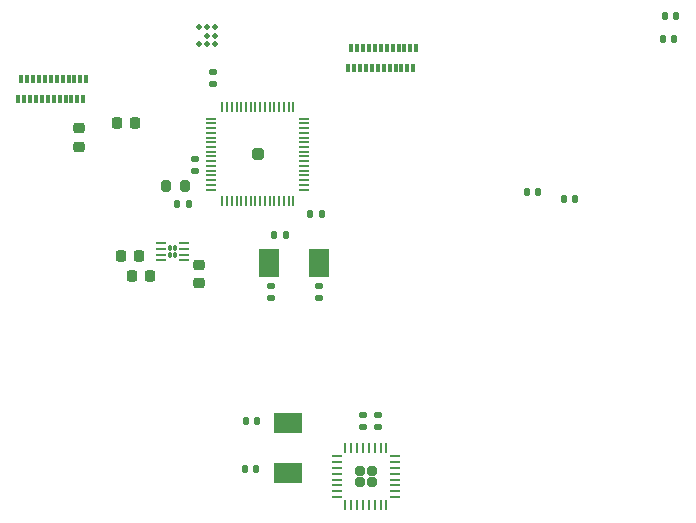
<source format=gtp>
%TF.GenerationSoftware,KiCad,Pcbnew,(6.99.0-818-g79c7d55a40)*%
%TF.CreationDate,2022-02-15T05:40:37+08:00*%
%TF.ProjectId,Project,50726f6a-6563-4742-9e6b-696361645f70,rev?*%
%TF.SameCoordinates,Original*%
%TF.FileFunction,Paste,Top*%
%TF.FilePolarity,Positive*%
%FSLAX46Y46*%
G04 Gerber Fmt 4.6, Leading zero omitted, Abs format (unit mm)*
G04 Created by KiCad (PCBNEW (6.99.0-818-g79c7d55a40)) date 2022-02-15 05:40:37*
%MOMM*%
%LPD*%
G01*
G04 APERTURE LIST*
G04 Aperture macros list*
%AMRoundRect*
0 Rectangle with rounded corners*
0 $1 Rounding radius*
0 $2 $3 $4 $5 $6 $7 $8 $9 X,Y pos of 4 corners*
0 Add a 4 corners polygon primitive as box body*
4,1,4,$2,$3,$4,$5,$6,$7,$8,$9,$2,$3,0*
0 Add four circle primitives for the rounded corners*
1,1,$1+$1,$2,$3*
1,1,$1+$1,$4,$5*
1,1,$1+$1,$6,$7*
1,1,$1+$1,$8,$9*
0 Add four rect primitives between the rounded corners*
20,1,$1+$1,$2,$3,$4,$5,0*
20,1,$1+$1,$4,$5,$6,$7,0*
20,1,$1+$1,$6,$7,$8,$9,0*
20,1,$1+$1,$8,$9,$2,$3,0*%
G04 Aperture macros list end*
%ADD10R,0.300000X0.700000*%
%ADD11RoundRect,0.140000X-0.140000X-0.170000X0.140000X-0.170000X0.140000X0.170000X-0.140000X0.170000X0*%
%ADD12C,0.500000*%
%ADD13RoundRect,0.250000X0.253488X0.253488X-0.253488X0.253488X-0.253488X-0.253488X0.253488X-0.253488X0*%
%ADD14RoundRect,0.050000X0.350000X0.050000X-0.350000X0.050000X-0.350000X-0.050000X0.350000X-0.050000X0*%
%ADD15RoundRect,0.050000X0.050000X0.350000X-0.050000X0.350000X-0.050000X-0.350000X0.050000X-0.350000X0*%
%ADD16R,2.400000X1.800000*%
%ADD17RoundRect,0.140000X0.170000X-0.140000X0.170000X0.140000X-0.170000X0.140000X-0.170000X-0.140000X0*%
%ADD18RoundRect,0.201557X-0.201556X0.201556X-0.201556X-0.201556X0.201556X-0.201556X0.201556X0.201556X0*%
%ADD19RoundRect,0.062500X-0.062500X0.375000X-0.062500X-0.375000X0.062500X-0.375000X0.062500X0.375000X0*%
%ADD20RoundRect,0.062500X-0.375000X0.062500X-0.375000X-0.062500X0.375000X-0.062500X0.375000X0.062500X0*%
%ADD21RoundRect,0.135000X0.185000X-0.135000X0.185000X0.135000X-0.185000X0.135000X-0.185000X-0.135000X0*%
%ADD22RoundRect,0.135000X-0.135000X-0.185000X0.135000X-0.185000X0.135000X0.185000X-0.135000X0.185000X0*%
%ADD23R,1.800000X2.400000*%
%ADD24RoundRect,0.225000X-0.225000X-0.250000X0.225000X-0.250000X0.225000X0.250000X-0.225000X0.250000X0*%
%ADD25RoundRect,0.218750X-0.256250X0.218750X-0.256250X-0.218750X0.256250X-0.218750X0.256250X0.218750X0*%
%ADD26RoundRect,0.080000X-0.080000X-0.160000X0.080000X-0.160000X0.080000X0.160000X-0.080000X0.160000X0*%
%ADD27RoundRect,0.062500X-0.325000X-0.062500X0.325000X-0.062500X0.325000X0.062500X-0.325000X0.062500X0*%
%ADD28RoundRect,0.200000X-0.200000X-0.275000X0.200000X-0.275000X0.200000X0.275000X-0.200000X0.275000X0*%
%ADD29RoundRect,0.218750X-0.218750X-0.256250X0.218750X-0.256250X0.218750X0.256250X-0.218750X0.256250X0*%
%ADD30RoundRect,0.225000X0.250000X-0.225000X0.250000X0.225000X-0.250000X0.225000X-0.250000X-0.225000X0*%
G04 APERTURE END LIST*
D10*
%TO.C,REF\u002A\u002A*%
X51644999Y-22418999D03*
X51144999Y-22418999D03*
X50644999Y-22418999D03*
X50144999Y-22418999D03*
X49644999Y-22418999D03*
X49144999Y-22418999D03*
X48644999Y-22418999D03*
X48144999Y-22418999D03*
X47644999Y-22418999D03*
X47144999Y-22418999D03*
X46644999Y-22418999D03*
X46144999Y-22418999D03*
X46394999Y-20718999D03*
X46894999Y-20718999D03*
X47394999Y-20718999D03*
X47894999Y-20718999D03*
X48394999Y-20718999D03*
X48894999Y-20718999D03*
X49394999Y-20718999D03*
X49894999Y-20718999D03*
X50394999Y-20718999D03*
X50894999Y-20718999D03*
X51394999Y-20718999D03*
X51894999Y-20718999D03*
%TD*%
D11*
%TO.C,C8*%
X72926000Y-18034000D03*
X73886000Y-18034000D03*
%TD*%
%TO.C,C10*%
X72799000Y-19939000D03*
X73759000Y-19939000D03*
%TD*%
D12*
%TO.C,U4*%
X34863000Y-20385000D03*
X34163000Y-20385000D03*
X33463000Y-20385000D03*
X34863000Y-19685000D03*
X34163000Y-19685000D03*
X34863000Y-18985000D03*
X34163000Y-18985000D03*
X33463000Y-18985000D03*
%TD*%
D13*
%TO.C,U2*%
X38481000Y-29718000D03*
D14*
X42431000Y-32718000D03*
X42431000Y-32318000D03*
X42431000Y-31918000D03*
X42431000Y-31518000D03*
X42431000Y-31118000D03*
X42431000Y-30718000D03*
X42431000Y-30318000D03*
X42431000Y-29918000D03*
X42431000Y-29518000D03*
X42431000Y-29118000D03*
X42431000Y-28718000D03*
X42431000Y-28318000D03*
X42431000Y-27918000D03*
X42431000Y-27518000D03*
X42431000Y-27118000D03*
X42431000Y-26718000D03*
D15*
X41481000Y-25768000D03*
X41081000Y-25768000D03*
X40681000Y-25768000D03*
X40281000Y-25768000D03*
X39881000Y-25768000D03*
X39481000Y-25768000D03*
X39081000Y-25768000D03*
X38681000Y-25768000D03*
X38281000Y-25768000D03*
X37881000Y-25768000D03*
X37481000Y-25768000D03*
X37081000Y-25768000D03*
X36681000Y-25768000D03*
X36281000Y-25768000D03*
X35881000Y-25768000D03*
X35481000Y-25768000D03*
D14*
X34531000Y-26718000D03*
X34531000Y-27118000D03*
X34531000Y-27518000D03*
X34531000Y-27918000D03*
X34531000Y-28318000D03*
X34531000Y-28718000D03*
X34531000Y-29118000D03*
X34531000Y-29518000D03*
X34531000Y-29918000D03*
X34531000Y-30318000D03*
X34531000Y-30718000D03*
X34531000Y-31118000D03*
X34531000Y-31518000D03*
X34531000Y-31918000D03*
X34531000Y-32318000D03*
X34531000Y-32718000D03*
D15*
X35481000Y-33668000D03*
X35881000Y-33668000D03*
X36281000Y-33668000D03*
X36681000Y-33668000D03*
X37081000Y-33668000D03*
X37481000Y-33668000D03*
X37881000Y-33668000D03*
X38281000Y-33668000D03*
X38681000Y-33668000D03*
X39081000Y-33668000D03*
X39481000Y-33668000D03*
X39881000Y-33668000D03*
X40281000Y-33668000D03*
X40681000Y-33668000D03*
X41081000Y-33668000D03*
X41481000Y-33668000D03*
%TD*%
D11*
%TO.C,C16*%
X37366000Y-56388000D03*
X38326000Y-56388000D03*
%TD*%
%TO.C,C15*%
X37493000Y-52324000D03*
X38453000Y-52324000D03*
%TD*%
D16*
%TO.C,Y2*%
X41071999Y-56709999D03*
X41071999Y-52509999D03*
%TD*%
D17*
%TO.C,C14*%
X47371000Y-52804000D03*
X47371000Y-51844000D03*
%TD*%
D18*
%TO.C,U3*%
X47125000Y-57523000D03*
X48125000Y-57523000D03*
X47125000Y-56523000D03*
X48125000Y-56523000D03*
D19*
X49375000Y-54585500D03*
X48875000Y-54585500D03*
X48375000Y-54585500D03*
X47875000Y-54585500D03*
X47375000Y-54585500D03*
X46875000Y-54585500D03*
X46375000Y-54585500D03*
X45875000Y-54585500D03*
D20*
X45187500Y-55273000D03*
X45187500Y-55773000D03*
X45187500Y-56273000D03*
X45187500Y-56773000D03*
X45187500Y-57273000D03*
X45187500Y-57773000D03*
X45187500Y-58273000D03*
X45187500Y-58773000D03*
D19*
X45875000Y-59460500D03*
X46375000Y-59460500D03*
X46875000Y-59460500D03*
X47375000Y-59460500D03*
X47875000Y-59460500D03*
X48375000Y-59460500D03*
X48875000Y-59460500D03*
X49375000Y-59460500D03*
D20*
X50062500Y-58773000D03*
X50062500Y-58273000D03*
X50062500Y-57773000D03*
X50062500Y-57273000D03*
X50062500Y-56773000D03*
X50062500Y-56273000D03*
X50062500Y-55773000D03*
X50062500Y-55273000D03*
%TD*%
D21*
%TO.C,R12*%
X48641000Y-52834000D03*
X48641000Y-51814000D03*
%TD*%
%TO.C,R9*%
X34671000Y-23751000D03*
X34671000Y-22731000D03*
%TD*%
D11*
%TO.C,C9*%
X64417000Y-33528000D03*
X65377000Y-33528000D03*
%TD*%
%TO.C,C11*%
X61242000Y-32893000D03*
X62202000Y-32893000D03*
%TD*%
D22*
%TO.C,R7*%
X31621000Y-33909000D03*
X32641000Y-33909000D03*
%TD*%
%TO.C,R4*%
X42924000Y-34798000D03*
X43944000Y-34798000D03*
%TD*%
D17*
%TO.C,C4*%
X43688000Y-41882000D03*
X43688000Y-40922000D03*
%TD*%
%TO.C,C5*%
X39624000Y-41882000D03*
X39624000Y-40922000D03*
%TD*%
D22*
%TO.C,R1*%
X39876000Y-36576000D03*
X40896000Y-36576000D03*
%TD*%
D23*
%TO.C,Y1*%
X39428999Y-38901499D03*
X43628999Y-38901499D03*
%TD*%
D24*
%TO.C,C3*%
X27800000Y-40005000D03*
X29350000Y-40005000D03*
%TD*%
D25*
%TO.C,L1*%
X33528000Y-39090500D03*
X33528000Y-40665500D03*
%TD*%
D24*
%TO.C,C1*%
X26911000Y-38354000D03*
X28461000Y-38354000D03*
%TD*%
D26*
%TO.C,U1*%
X31042000Y-38273000D03*
X31442000Y-37673000D03*
X31442000Y-38273000D03*
X31042000Y-37673000D03*
D27*
X30254500Y-37223000D03*
X30254500Y-37723000D03*
X30254500Y-38223000D03*
X30254500Y-38723000D03*
X32229500Y-38723000D03*
X32229500Y-38223000D03*
X32229500Y-37723000D03*
X32229500Y-37223000D03*
%TD*%
D21*
%TO.C,R3*%
X33147000Y-31117000D03*
X33147000Y-30097000D03*
%TD*%
D28*
%TO.C,R2*%
X30671000Y-32385000D03*
X32321000Y-32385000D03*
%TD*%
D29*
%TO.C,F1*%
X26517500Y-27051000D03*
X28092500Y-27051000D03*
%TD*%
D30*
%TO.C,C2*%
X23368000Y-29096000D03*
X23368000Y-27546000D03*
%TD*%
D10*
%TO.C,P1*%
X23704999Y-25085999D03*
X23204999Y-25085999D03*
X22704999Y-25085999D03*
X22204999Y-25085999D03*
X21704999Y-25085999D03*
X21204999Y-25085999D03*
X20704999Y-25085999D03*
X20204999Y-25085999D03*
X19704999Y-25085999D03*
X19204999Y-25085999D03*
X18704999Y-25085999D03*
X18204999Y-25085999D03*
X18454999Y-23385999D03*
X18954999Y-23385999D03*
X19454999Y-23385999D03*
X19954999Y-23385999D03*
X20454999Y-23385999D03*
X20954999Y-23385999D03*
X21454999Y-23385999D03*
X21954999Y-23385999D03*
X22454999Y-23385999D03*
X22954999Y-23385999D03*
X23454999Y-23385999D03*
X23954999Y-23385999D03*
%TD*%
M02*

</source>
